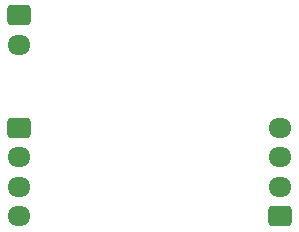
<source format=gbr>
%TF.GenerationSoftware,KiCad,Pcbnew,8.0.3*%
%TF.CreationDate,2024-06-27T16:33:06+09:00*%
%TF.ProjectId,UART-RS485 Read only,55415254-2d52-4533-9438-352052656164,rev?*%
%TF.SameCoordinates,Original*%
%TF.FileFunction,Copper,L2,Bot*%
%TF.FilePolarity,Positive*%
%FSLAX46Y46*%
G04 Gerber Fmt 4.6, Leading zero omitted, Abs format (unit mm)*
G04 Created by KiCad (PCBNEW 8.0.3) date 2024-06-27 16:33:06*
%MOMM*%
%LPD*%
G01*
G04 APERTURE LIST*
G04 Aperture macros list*
%AMRoundRect*
0 Rectangle with rounded corners*
0 $1 Rounding radius*
0 $2 $3 $4 $5 $6 $7 $8 $9 X,Y pos of 4 corners*
0 Add a 4 corners polygon primitive as box body*
4,1,4,$2,$3,$4,$5,$6,$7,$8,$9,$2,$3,0*
0 Add four circle primitives for the rounded corners*
1,1,$1+$1,$2,$3*
1,1,$1+$1,$4,$5*
1,1,$1+$1,$6,$7*
1,1,$1+$1,$8,$9*
0 Add four rect primitives between the rounded corners*
20,1,$1+$1,$2,$3,$4,$5,0*
20,1,$1+$1,$4,$5,$6,$7,0*
20,1,$1+$1,$6,$7,$8,$9,0*
20,1,$1+$1,$8,$9,$2,$3,0*%
G04 Aperture macros list end*
%TA.AperFunction,ComponentPad*%
%ADD10RoundRect,0.250000X-0.725000X0.600000X-0.725000X-0.600000X0.725000X-0.600000X0.725000X0.600000X0*%
%TD*%
%TA.AperFunction,ComponentPad*%
%ADD11O,1.950000X1.700000*%
%TD*%
%TA.AperFunction,ComponentPad*%
%ADD12RoundRect,0.250000X0.725000X-0.600000X0.725000X0.600000X-0.725000X0.600000X-0.725000X-0.600000X0*%
%TD*%
G04 APERTURE END LIST*
D10*
%TO.P,J1,1,Pin_1*%
%TO.N,+5V*%
X147910000Y-92200000D03*
D11*
%TO.P,J1,2,Pin_2*%
%TO.N,GND*%
X147910000Y-94700000D03*
%TD*%
D12*
%TO.P,J3,1,Pin_1*%
%TO.N,+5V*%
X170070000Y-109240000D03*
D11*
%TO.P,J3,2,Pin_2*%
%TO.N,/A*%
X170070000Y-106740000D03*
%TO.P,J3,3,Pin_3*%
%TO.N,/B*%
X170070000Y-104240000D03*
%TO.P,J3,4,Pin_4*%
%TO.N,GND*%
X170070000Y-101740000D03*
%TD*%
D10*
%TO.P,J2,1,Pin_1*%
%TO.N,+5V*%
X147910000Y-101730000D03*
D11*
%TO.P,J2,2,Pin_2*%
%TO.N,/TX*%
X147910000Y-104230000D03*
%TO.P,J2,3,Pin_3*%
%TO.N,/RX*%
X147910000Y-106730000D03*
%TO.P,J2,4,Pin_4*%
%TO.N,GND*%
X147910000Y-109230000D03*
%TD*%
M02*

</source>
